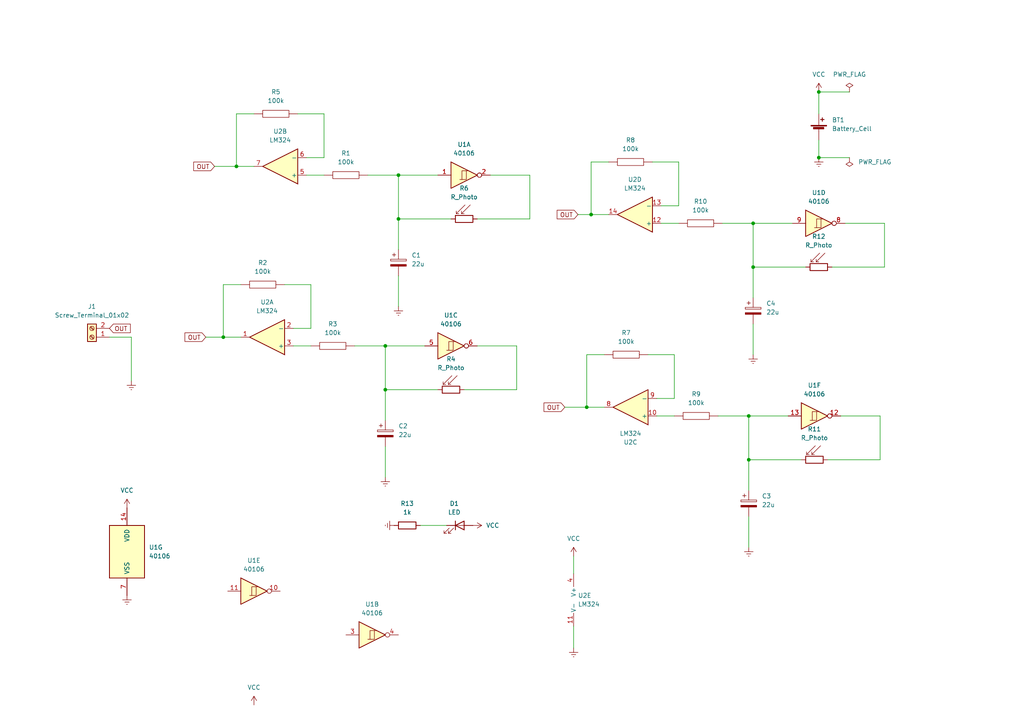
<source format=kicad_sch>
(kicad_sch (version 20211123) (generator eeschema)
  (paper "A4")
  (lib_symbols
    (symbol "4xxx:40106" (pin_names (offset 1.016))
      (property "Reference" "U" (at 0 1.27 0))
      (property "Value" "40106" (at 0 -1.27 0))
      (symbol "40106_1_0"
        (polyline (pts (xy -0.635 -1.27) (xy -0.635 1.27) (xy 0.635 1.27)))
        (polyline (pts (xy -3.81 3.81) (xy -3.81 -3.81) (xy 3.81 0) (xy -3.81 3.81)) (stroke (width 0.254)) (fill (type background)))
        (polyline (pts (xy -1.27 -1.27) (xy 0.635 -1.27) (xy 0.635 1.27) (xy 1.27 1.27)))
        (pin input line (at -7.62 0 0) (length 3.81) (name "~") (number "1"))
        (pin output inverted (at 7.62 0 180) (length 3.81) (name "~") (number "2"))
      )
      (symbol "40106_2_0"
        (polyline (pts (xy -0.635 -1.27) (xy -0.635 1.27) (xy 0.635 1.27)))
        (polyline (pts (xy -3.81 3.81) (xy -3.81 -3.81) (xy 3.81 0) (xy -3.81 3.81)) (stroke (width 0.254)) (fill (type background)))
        (polyline (pts (xy -1.27 -1.27) (xy 0.635 -1.27) (xy 0.635 1.27) (xy 1.27 1.27)))
        (pin input line (at -7.62 0 0) (length 3.81) (name "~") (number "3"))
        (pin output inverted (at 7.62 0 180) (length 3.81) (name "~") (number "4"))
      )
      (symbol "40106_3_0"
        (polyline (pts (xy -0.635 -1.27) (xy -0.635 1.27) (xy 0.635 1.27)))
        (polyline (pts (xy -3.81 3.81) (xy -3.81 -3.81) (xy 3.81 0) (xy -3.81 3.81)) (stroke (width 0.254)) (fill (type background)))
        (polyline (pts (xy -1.27 -1.27) (xy 0.635 -1.27) (xy 0.635 1.27) (xy 1.27 1.27)))
        (pin input line (at -7.62 0 0) (length 3.81) (name "~") (number "5"))
        (pin output inverted (at 7.62 0 180) (length 3.81) (name "~") (number "6"))
      )
      (symbol "40106_4_0"
        (polyline (pts (xy -0.635 -1.27) (xy -0.635 1.27) (xy 0.635 1.27)))
        (polyline (pts (xy -3.81 3.81) (xy -3.81 -3.81) (xy 3.81 0) (xy -3.81 3.81)) (stroke (width 0.254)) (fill (type background)))
        (polyline (pts (xy -1.27 -1.27) (xy 0.635 -1.27) (xy 0.635 1.27) (xy 1.27 1.27)))
        (pin output inverted (at 7.62 0 180) (length 3.81) (name "~") (number "8"))
        (pin input line (at -7.62 0 0) (length 3.81) (name "~") (number "9"))
      )
      (symbol "40106_5_0"
        (polyline (pts (xy -0.635 -1.27) (xy -0.635 1.27) (xy 0.635 1.27)))
        (polyline (pts (xy -3.81 3.81) (xy -3.81 -3.81) (xy 3.81 0) (xy -3.81 3.81)) (stroke (width 0.254)) (fill (type background)))
        (polyline (pts (xy -1.27 -1.27) (xy 0.635 -1.27) (xy 0.635 1.27) (xy 1.27 1.27)))
        (pin output inverted (at 7.62 0 180) (length 3.81) (name "~") (number "10"))
        (pin input line (at -7.62 0 0) (length 3.81) (name "~") (number "11"))
      )
      (symbol "40106_6_0"
        (polyline (pts (xy -0.635 -1.27) (xy -0.635 1.27) (xy 0.635 1.27)))
        (polyline (pts (xy -3.81 3.81) (xy -3.81 -3.81) (xy 3.81 0) (xy -3.81 3.81)) (stroke (width 0.254)) (fill (type background)))
        (polyline (pts (xy -1.27 -1.27) (xy 0.635 -1.27) (xy 0.635 1.27) (xy 1.27 1.27)))
        (pin output inverted (at 7.62 0 180) (length 3.81) (name "~") (number "12"))
        (pin input line (at -7.62 0 0) (length 3.81) (name "~") (number "13"))
      )
      (symbol "40106_7_0"
        (pin power_in line (at 0 12.7 270) (length 5.08) (name "VDD") (number "14"))
        (pin power_in line (at 0 -12.7 90) (length 5.08) (name "VSS") (number "7"))
      )
      (symbol "40106_7_1"
        (rectangle (start -5.08 7.62) (end 5.08 -7.62) (stroke (width 0.254)) (fill (type background)))
      )
    )
    (symbol "Amplifier_Operational:LM324" (pin_names (offset 0.127))
      (property "Reference" "U" (at 0 5.08 0))
      (property "Value" "LM324" (at 0 -5.08 0))
      (symbol "LM324_1_1"
        (polyline (pts (xy -5.08 5.08) (xy 5.08 0) (xy -5.08 -5.08) (xy -5.08 5.08)) (stroke (width 0.254)) (fill (type background)))
        (pin output line (at 7.62 0 180) (length 2.54) (name "~") (number "1"))
        (pin input line (at -7.62 -2.54 0) (length 2.54) (name "-") (number "2"))
        (pin input line (at -7.62 2.54 0) (length 2.54) (name "+") (number "3"))
      )
      (symbol "LM324_2_1"
        (polyline (pts (xy -5.08 5.08) (xy 5.08 0) (xy -5.08 -5.08) (xy -5.08 5.08)) (stroke (width 0.254)) (fill (type background)))
        (pin input line (at -7.62 2.54 0) (length 2.54) (name "+") (number "5"))
        (pin input line (at -7.62 -2.54 0) (length 2.54) (name "-") (number "6"))
        (pin output line (at 7.62 0 180) (length 2.54) (name "~") (number "7"))
      )
      (symbol "LM324_3_1"
        (polyline (pts (xy -5.08 5.08) (xy 5.08 0) (xy -5.08 -5.08) (xy -5.08 5.08)) (stroke (width 0.254)) (fill (type background)))
        (pin input line (at -7.62 2.54 0) (length 2.54) (name "+") (number "10"))
        (pin output line (at 7.62 0 180) (length 2.54) (name "~") (number "8"))
        (pin input line (at -7.62 -2.54 0) (length 2.54) (name "-") (number "9"))
      )
      (symbol "LM324_4_1"
        (polyline (pts (xy -5.08 5.08) (xy 5.08 0) (xy -5.08 -5.08) (xy -5.08 5.08)) (stroke (width 0.254)) (fill (type background)))
        (pin input line (at -7.62 2.54 0) (length 2.54) (name "+") (number "12"))
        (pin input line (at -7.62 -2.54 0) (length 2.54) (name "-") (number "13"))
        (pin output line (at 7.62 0 180) (length 2.54) (name "~") (number "14"))
      )
      (symbol "LM324_5_1"
        (pin power_in line (at -2.54 -7.62 90) (length 3.81) (name "V-") (number "11"))
        (pin power_in line (at -2.54 7.62 270) (length 3.81) (name "V+") (number "4"))
      )
    )
    (symbol "Connector:Screw_Terminal_01x02" (pin_names (offset 1.016) hide)
      (property "Reference" "J" (at 0 2.54 0))
      (property "Value" "Screw_Terminal_01x02" (at 0 -5.08 0))
      (symbol "Screw_Terminal_01x02_1_1"
        (rectangle (start -1.27 1.27) (end 1.27 -3.81) (stroke (width 0.254)) (fill (type background)))
        (circle (center 0 -2.54) (radius 0.635) (stroke (width 0.1524)))
        (polyline (pts (xy -0.5334 -2.2098) (xy 0.3302 -3.048)) (stroke (width 0.1524)))
        (polyline (pts (xy -0.5334 0.3302) (xy 0.3302 -0.508)) (stroke (width 0.1524)))
        (polyline (pts (xy -0.3556 -2.032) (xy 0.508 -2.8702)) (stroke (width 0.1524)))
        (polyline (pts (xy -0.3556 0.508) (xy 0.508 -0.3302)) (stroke (width 0.1524)))
        (circle (center 0 0) (radius 0.635) (stroke (width 0.1524)))
        (pin passive line (at -5.08 0 0) (length 3.81) (name "Pin_1") (number "1"))
        (pin passive line (at -5.08 -2.54 0) (length 3.81) (name "Pin_2") (number "2"))
      )
    )
    (symbol "Device:Battery_Cell" (pin_numbers hide) (pin_names (offset 0) hide)
      (property "Reference" "BT" (at 2.54 2.54 0))
      (property "Value" "Battery_Cell" (at 2.54 0 0))
      (symbol "Battery_Cell_0_1"
        (rectangle (start -2.286 1.778) (end 2.286 1.524) (fill (type outline)))
        (rectangle (start -1.5748 1.1938) (end 1.4732 0.6858) (fill (type outline)))
        (polyline (pts (xy 0 0.762) (xy 0 0)))
        (polyline (pts (xy 0 1.778) (xy 0 2.54)))
        (polyline (pts (xy 0.508 3.429) (xy 1.524 3.429)) (stroke (width 0.254)))
        (polyline (pts (xy 1.016 3.937) (xy 1.016 2.921)) (stroke (width 0.254)))
      )
      (symbol "Battery_Cell_1_1"
        (pin passive line (at 0 5.08 270) (length 2.54) (name "+") (number "1"))
        (pin passive line (at 0 -2.54 90) (length 2.54) (name "-") (number "2"))
      )
    )
    (symbol "Device:C_Polarized" (pin_numbers hide) (pin_names (offset 0.254))
      (property "Reference" "C" (at 0.635 2.54 0))
      (property "Value" "C_Polarized" (at 0.635 -2.54 0))
      (symbol "C_Polarized_0_1"
        (rectangle (start -2.286 0.508) (end 2.286 1.016))
        (polyline (pts (xy -1.778 2.286) (xy -0.762 2.286)))
        (polyline (pts (xy -1.27 2.794) (xy -1.27 1.778)))
        (rectangle (start 2.286 -0.508) (end -2.286 -1.016) (fill (type outline)))
      )
      (symbol "C_Polarized_1_1"
        (pin passive line (at 0 3.81 270) (length 2.794) (name "~") (number "1"))
        (pin passive line (at 0 -3.81 90) (length 2.794) (name "~") (number "2"))
      )
    )
    (symbol "Device:LED" (pin_numbers hide) (pin_names (offset 1.016) hide)
      (property "Reference" "D" (at 0 2.54 0))
      (property "Value" "LED" (at 0 -2.54 0))
      (symbol "LED_0_1"
        (polyline (pts (xy -1.27 -1.27) (xy -1.27 1.27)) (stroke (width 0.254)))
        (polyline (pts (xy -1.27 0) (xy 1.27 0)))
        (polyline (pts (xy 1.27 -1.27) (xy 1.27 1.27) (xy -1.27 0) (xy 1.27 -1.27)) (stroke (width 0.254)))
        (polyline (pts (xy -3.048 -0.762) (xy -4.572 -2.286) (xy -3.81 -2.286) (xy -4.572 -2.286) (xy -4.572 -1.524)))
        (polyline (pts (xy -1.778 -0.762) (xy -3.302 -2.286) (xy -2.54 -2.286) (xy -3.302 -2.286) (xy -3.302 -1.524)))
      )
      (symbol "LED_1_1"
        (pin passive line (at -3.81 0 0) (length 2.54) (name "K") (number "1"))
        (pin passive line (at 3.81 0 180) (length 2.54) (name "A") (number "2"))
      )
    )
    (symbol "Device:R" (pin_numbers hide) (pin_names (offset 0))
      (property "Reference" "R" (at 2.032 0 90))
      (property "Value" "R" (at 0 0 90))
      (symbol "R_0_1"
        (rectangle (start -1.016 -2.54) (end 1.016 2.54) (stroke (width 0.254)))
      )
      (symbol "R_1_1"
        (pin passive line (at 0 3.81 270) (length 1.27) (name "~") (number "1"))
        (pin passive line (at 0 -3.81 90) (length 1.27) (name "~") (number "2"))
      )
    )
    (symbol "Device:R_Photo" (pin_numbers hide) (pin_names (offset 0))
      (property "Reference" "R" (at 1.27 1.27 0))
      (property "Value" "R_Photo" (at 1.27 0 0))
      (symbol "R_Photo_0_1"
        (rectangle (start -1.016 2.54) (end 1.016 -2.54) (stroke (width 0.254)))
        (polyline (pts (xy -1.524 -2.286) (xy -4.064 0.254)))
        (polyline (pts (xy -1.524 -2.286) (xy -2.286 -2.286)))
        (polyline (pts (xy -1.524 -2.286) (xy -1.524 -1.524)))
        (polyline (pts (xy -1.524 -0.762) (xy -4.064 1.778)))
        (polyline (pts (xy -1.524 -0.762) (xy -2.286 -0.762)))
        (polyline (pts (xy -1.524 -0.762) (xy -1.524 0)))
      )
      (symbol "R_Photo_1_1"
        (pin passive line (at 0 3.81 270) (length 1.27) (name "~") (number "1"))
        (pin passive line (at 0 -3.81 90) (length 1.27) (name "~") (number "2"))
      )
    )
    (symbol "power:Earth" (power) (pin_names (offset 0))
      (symbol "Earth_0_1"
        (polyline (pts (xy -0.635 -1.905) (xy 0.635 -1.905)))
        (polyline (pts (xy -0.127 -2.54) (xy 0.127 -2.54)))
        (polyline (pts (xy 0 -1.27) (xy 0 0)))
        (polyline (pts (xy 1.27 -1.27) (xy -1.27 -1.27)))
      )
      (symbol "Earth_1_1"
        (pin power_in line (at 0 0 270) (length 0) hide (name "Earth") (number "1"))
      )
    )
    (symbol "power:PWR_FLAG" (power) (pin_numbers hide) (pin_names (offset 0) hide)
      (property "Value" "PWR_FLAG" (at 0 3.81 0))
      (symbol "PWR_FLAG_0_0"
        (pin power_out line (at 0 0 90) (length 0) (name "pwr") (number "1"))
      )
      (symbol "PWR_FLAG_0_1"
        (polyline (pts (xy 0 0) (xy 0 1.27) (xy -1.016 1.905) (xy 0 2.54) (xy 1.016 1.905) (xy 0 1.27)))
      )
    )
    (symbol "power:VCC" (power) (pin_names (offset 0))
      (property "Value" "VCC" (at 0 3.81 0))
      (symbol "VCC_0_1"
        (polyline (pts (xy -0.762 1.27) (xy 0 2.54)))
        (polyline (pts (xy 0 0) (xy 0 2.54)))
        (polyline (pts (xy 0 2.54) (xy 0.762 1.27)))
      )
      (symbol "VCC_1_1"
        (pin power_in line (at 0 0 90) (length 0) hide (name "VCC") (number "1"))
      )
    )
    (symbol "pspice:R" (pin_numbers hide) (pin_names (offset 0))
      (property "Reference" "R" (at 2.032 0 90))
      (property "Value" "R" (at 0 0 90))
      (symbol "R_0_1"
        (rectangle (start -1.016 3.81) (end 1.016 -3.81))
      )
      (symbol "R_1_1"
        (pin passive line (at 0 6.35 270) (length 2.54) (name "~") (number "1"))
        (pin passive line (at 0 -6.35 90) (length 2.54) (name "~") (number "2"))
      )
    )
  )
  (junction (at 237.49 26.67))
  (junction (at 217.17 133.35))
  (junction (at 218.44 77.47))
  (junction (at 64.77 97.79))
  (junction (at 111.76 100.33))
  (junction (at 115.57 63.5))
  (junction (at 171.45 62.23))
  (junction (at 68.58 48.26))
  (junction (at 237.49 45.72))
  (junction (at 217.17 120.65))
  (junction (at 170.18 118.11))
  (junction (at 111.76 113.03))
  (junction (at 218.44 64.77))
  (junction (at 115.57 50.8))
  (wire (pts (xy 68.58 33.02) (xy 73.66 33.02)))
  (wire (pts (xy 163.83 118.11) (xy 170.18 118.11)))
  (wire (pts (xy 64.77 97.79) (xy 64.77 82.55)))
  (wire (pts (xy 245.11 64.77) (xy 256.54 64.77)))
  (wire (pts (xy 176.53 62.23) (xy 171.45 62.23)))
  (wire (pts (xy 196.85 59.69) (xy 191.77 59.69)))
  (wire (pts (xy 237.49 26.67) (xy 237.49 33.02)))
  (wire (pts (xy 93.98 45.72) (xy 88.9 45.72)))
  (wire (pts (xy 218.44 77.47) (xy 218.44 86.36)))
  (wire (pts (xy 189.23 46.99) (xy 196.85 46.99)))
  (wire (pts (xy 93.98 33.02) (xy 93.98 45.72)))
  (wire (pts (xy 64.77 82.55) (xy 69.85 82.55)))
  (wire (pts (xy 90.17 95.25) (xy 85.09 95.25)))
  (wire (pts (xy 111.76 113.03) (xy 111.76 121.92)))
  (wire (pts (xy 195.58 102.87) (xy 195.58 115.57)))
  (wire (pts (xy 115.57 80.01) (xy 115.57 88.9)))
  (wire (pts (xy 187.96 102.87) (xy 195.58 102.87)))
  (wire (pts (xy 195.58 115.57) (xy 190.5 115.57)))
  (wire (pts (xy 256.54 64.77) (xy 256.54 77.47)))
  (wire (pts (xy 85.09 100.33) (xy 90.17 100.33)))
  (wire (pts (xy 111.76 129.54) (xy 111.76 138.43)))
  (wire (pts (xy 209.55 64.77) (xy 218.44 64.77)))
  (wire (pts (xy 217.17 149.86) (xy 217.17 158.75)))
  (wire (pts (xy 31.75 97.79) (xy 38.1 97.79)))
  (wire (pts (xy 255.27 120.65) (xy 255.27 133.35)))
  (wire (pts (xy 111.76 100.33) (xy 123.19 100.33)))
  (wire (pts (xy 217.17 133.35) (xy 217.17 142.24)))
  (wire (pts (xy 106.68 50.8) (xy 115.57 50.8)))
  (wire (pts (xy 166.37 161.29) (xy 166.37 166.37)))
  (wire (pts (xy 218.44 77.47) (xy 218.44 64.77)))
  (wire (pts (xy 82.55 82.55) (xy 90.17 82.55)))
  (wire (pts (xy 115.57 50.8) (xy 127 50.8)))
  (wire (pts (xy 134.62 113.03) (xy 149.86 113.03)))
  (wire (pts (xy 138.43 63.5) (xy 153.67 63.5)))
  (wire (pts (xy 166.37 181.61) (xy 166.37 187.96)))
  (wire (pts (xy 121.92 152.4) (xy 129.54 152.4)))
  (wire (pts (xy 86.36 33.02) (xy 93.98 33.02)))
  (wire (pts (xy 138.43 100.33) (xy 149.86 100.33)))
  (wire (pts (xy 237.49 45.72) (xy 246.38 45.72)))
  (wire (pts (xy 208.28 120.65) (xy 217.17 120.65)))
  (wire (pts (xy 191.77 64.77) (xy 196.85 64.77)))
  (wire (pts (xy 218.44 93.98) (xy 218.44 102.87)))
  (wire (pts (xy 237.49 40.64) (xy 237.49 45.72)))
  (wire (pts (xy 149.86 100.33) (xy 149.86 113.03)))
  (wire (pts (xy 170.18 102.87) (xy 175.26 102.87)))
  (wire (pts (xy 171.45 46.99) (xy 176.53 46.99)))
  (wire (pts (xy 175.26 118.11) (xy 170.18 118.11)))
  (wire (pts (xy 59.69 97.79) (xy 64.77 97.79)))
  (wire (pts (xy 115.57 63.5) (xy 130.81 63.5)))
  (wire (pts (xy 69.85 97.79) (xy 64.77 97.79)))
  (wire (pts (xy 153.67 50.8) (xy 153.67 63.5)))
  (wire (pts (xy 142.24 50.8) (xy 153.67 50.8)))
  (wire (pts (xy 115.57 63.5) (xy 115.57 72.39)))
  (wire (pts (xy 62.23 48.26) (xy 68.58 48.26)))
  (wire (pts (xy 73.66 48.26) (xy 68.58 48.26)))
  (wire (pts (xy 102.87 100.33) (xy 111.76 100.33)))
  (wire (pts (xy 90.17 82.55) (xy 90.17 95.25)))
  (wire (pts (xy 217.17 133.35) (xy 232.41 133.35)))
  (wire (pts (xy 111.76 113.03) (xy 127 113.03)))
  (wire (pts (xy 170.18 118.11) (xy 170.18 102.87)))
  (wire (pts (xy 196.85 46.99) (xy 196.85 59.69)))
  (wire (pts (xy 115.57 63.5) (xy 115.57 50.8)))
  (wire (pts (xy 190.5 120.65) (xy 195.58 120.65)))
  (wire (pts (xy 218.44 77.47) (xy 233.68 77.47)))
  (wire (pts (xy 217.17 133.35) (xy 217.17 120.65)))
  (wire (pts (xy 171.45 46.99) (xy 171.45 62.23)))
  (wire (pts (xy 241.3 77.47) (xy 256.54 77.47)))
  (wire (pts (xy 68.58 48.26) (xy 68.58 33.02)))
  (wire (pts (xy 237.49 26.67) (xy 246.38 26.67)))
  (wire (pts (xy 38.1 97.79) (xy 38.1 110.49)))
  (wire (pts (xy 167.64 62.23) (xy 171.45 62.23)))
  (wire (pts (xy 111.76 113.03) (xy 111.76 100.33)))
  (wire (pts (xy 240.03 133.35) (xy 255.27 133.35)))
  (wire (pts (xy 218.44 64.77) (xy 229.87 64.77)))
  (wire (pts (xy 88.9 50.8) (xy 93.98 50.8)))
  (wire (pts (xy 243.84 120.65) (xy 255.27 120.65)))
  (wire (pts (xy 217.17 120.65) (xy 228.6 120.65)))
  (global_label "OUT" (shape input) (at 163.83 118.11 180) (property "Riferimenti inter-foglio" "${INTERSHEET_REFS}" (effects hide)))
  (global_label "OUT" (shape input) (at 167.64 62.23 180) (property "Riferimenti inter-foglio" "${INTERSHEET_REFS}" (effects hide)))
  (global_label "OUT" (shape input) (at 31.75 95.25 0) (property "Riferimenti inter-foglio" "${INTERSHEET_REFS}" (effects hide)))
  (global_label "OUT" (shape input) (at 62.23 48.26 180) (property "Riferimenti inter-foglio" "${INTERSHEET_REFS}" (effects hide)))
  (global_label "OUT" (shape input) (at 59.69 97.79 180) (property "Riferimenti inter-foglio" "${INTERSHEET_REFS}" (effects hide)))
  (symbol (lib_id "power:Earth") (at 115.57 88.9 0) (unit 1)
    (property "Reference" "#PWR0107" (effects hide))
    (property "Value" "Earth" (effects hide))
  )
  (symbol (lib_id "Device:C_Polarized") (at 111.76 125.73 0) (unit 1)
    (property "Reference" "C2" (at 115.57 123.5709 0) (effects (justify left)))
    (property "Value" "22u" (at 115.57 126.1109 0) (effects (justify left)))
    (property "Footprint" "Capacitor_THT:CP_Radial_D5.0mm_P2.50mm" (effects hide))
  )
  (symbol (lib_id "power:VCC") (at 237.49 26.67 0) (unit 1)
    (property "Reference" "#PWR0104" (effects hide))
    (property "Value" "VCC" (at 237.49 21.59 0))
  )
  (symbol (lib_id "Device:Battery_Cell") (at 237.49 38.1 0) (unit 1)
    (property "Reference" "BT1" (at 241.3 34.7979 0) (effects (justify left)))
    (property "Value" "Battery_Cell" (at 241.3 37.3379 0) (effects (justify left)))
    (property "Footprint" "TerminalBlock:TerminalBlock_Altech_AK300-2_P5.00mm" (effects hide))
  )
  (symbol (lib_id "power:VCC") (at 137.16 152.4 270) (unit 1)
    (property "Reference" "#PWR0113" (effects hide))
    (property "Value" "VCC" (at 140.97 152.3999 90) (effects (justify left)))
  )
  (symbol (lib_id "power:Earth") (at 38.1 110.49 0) (unit 1)
    (property "Reference" "#PWR0115" (effects hide))
    (property "Value" "Earth" (effects hide))
  )
  (symbol (lib_id "4xxx:40106") (at 36.83 160.02 0) (unit 7)
    (property "Reference" "U1" (at 43.18 158.7499 0) (effects (justify left)))
    (property "Value" "40106" (at 43.18 161.2899 0) (effects (justify left)))
    (property "Footprint" "Package_DIP:DIP-14_W7.62mm_Socket" (effects hide))
    (property "Datasheet" "https://assets.nexperia.com/documents/data-sheet/HEF40106B.pdf" (effects hide))
  )
  (symbol (lib_id "power:VCC") (at 36.83 147.32 0) (unit 1)
    (property "Reference" "#PWR0111" (effects hide))
    (property "Value" "VCC" (at 36.83 142.24 0))
  )
  (symbol (lib_id "pspice:R") (at 100.33 50.8 90) (unit 1)
    (property "Reference" "R1" (at 100.33 44.45 90))
    (property "Value" "100k" (at 100.33 46.99 90))
    (property "Footprint" "Resistor_THT:R_Axial_DIN0309_L9.0mm_D3.2mm_P2.54mm_Vertical" (effects hide))
  )
  (symbol (lib_id "Device:R_Photo") (at 130.81 113.03 270) (unit 1)
    (property "Reference" "R4" (at 130.81 104.14 90))
    (property "Value" "R_Photo" (at 130.81 106.68 90))
    (property "Footprint" "Resistor_THT:R_Axial_DIN0204_L3.6mm_D1.6mm_P2.54mm_Vertical" (effects hide))
  )
  (symbol (lib_id "power:VCC") (at 73.66 204.47 0) (unit 1)
    (property "Reference" "#PWR0105" (effects hide))
    (property "Value" "VCC" (at 73.66 199.39 0))
  )
  (symbol (lib_id "power:Earth") (at 237.49 45.72 0) (unit 1)
    (property "Reference" "#PWR0103" (effects hide))
    (property "Value" "Earth" (effects hide))
  )
  (symbol (lib_id "4xxx:40106") (at 130.81 100.33 0) (unit 3)
    (property "Reference" "U1" (at 130.81 91.44 0))
    (property "Value" "40106" (at 130.81 93.98 0))
    (property "Footprint" "Package_DIP:DIP-14_W7.62mm_Socket" (effects hide))
    (property "Datasheet" "https://assets.nexperia.com/documents/data-sheet/HEF40106B.pdf" (effects hide))
  )
  (symbol (lib_id "4xxx:40106") (at 134.62 50.8 0) (unit 1)
    (property "Reference" "U1" (at 134.62 41.91 0))
    (property "Value" "40106" (at 134.62 44.45 0))
    (property "Footprint" "Package_DIP:DIP-14_W7.62mm_Socket" (effects hide))
    (property "Datasheet" "https://assets.nexperia.com/documents/data-sheet/HEF40106B.pdf" (effects hide))
  )
  (symbol (lib_id "pspice:R") (at 76.2 82.55 90) (unit 1)
    (property "Reference" "R2" (at 76.2 76.2 90))
    (property "Value" "100k" (at 76.2 78.74 90))
    (property "Footprint" "Resistor_THT:R_Axial_DIN0309_L9.0mm_D3.2mm_P2.54mm_Vertical" (effects hide))
  )
  (symbol (lib_id "Device:C_Polarized") (at 218.44 90.17 0) (unit 1)
    (property "Reference" "C4" (at 222.25 88.0109 0) (effects (justify left)))
    (property "Value" "22u" (at 222.25 90.5509 0) (effects (justify left)))
    (property "Footprint" "Capacitor_THT:CP_Radial_D5.0mm_P2.50mm" (effects hide))
  )
  (symbol (lib_id "Connector:Screw_Terminal_01x02") (at 26.67 97.79 180) (unit 1)
    (property "Reference" "J1" (at 26.67 88.9 0))
    (property "Value" "Screw_Terminal_01x02" (at 26.67 91.44 0))
    (property "Footprint" "TerminalBlock:TerminalBlock_Altech_AK300-2_P5.00mm" (effects hide))
  )
  (symbol (lib_id "4xxx:40106") (at 107.95 184.15 0) (unit 2)
    (property "Reference" "U1" (at 107.95 175.26 0))
    (property "Value" "40106" (at 107.95 177.8 0))
    (property "Footprint" "Package_DIP:DIP-14_W7.62mm_Socket" (effects hide))
    (property "Datasheet" "https://assets.nexperia.com/documents/data-sheet/HEF40106B.pdf" (effects hide))
  )
  (symbol (lib_id "Amplifier_Operational:LM324") (at 182.88 118.11 180) (unit 3)
    (property "Reference" "U2" (at 182.88 128.27 0))
    (property "Value" "LM324" (at 182.88 125.73 0))
    (property "Footprint" "Package_DIP:DIP-14_W7.62mm_Socket" (effects hide))
    (property "Datasheet" "http://www.ti.com/lit/ds/symlink/lm2902-n.pdf" (effects hide))
  )
  (symbol (lib_id "pspice:R") (at 96.52 100.33 90) (unit 1)
    (property "Reference" "R3" (at 96.52 93.98 90))
    (property "Value" "100k" (at 96.52 96.52 90))
    (property "Footprint" "Resistor_THT:R_Axial_DIN0309_L9.0mm_D3.2mm_P2.54mm_Vertical" (effects hide))
  )
  (symbol (lib_id "Amplifier_Operational:LM324") (at 168.91 173.99 0) (unit 5)
    (property "Reference" "U2" (at 167.64 172.7199 0) (effects (justify left)))
    (property "Value" "LM324" (at 167.64 175.2599 0) (effects (justify left)))
    (property "Footprint" "Package_DIP:DIP-14_W7.62mm_Socket" (effects hide))
    (property "Datasheet" "http://www.ti.com/lit/ds/symlink/lm2902-n.pdf" (effects hide))
  )
  (symbol (lib_id "4xxx:40106") (at 237.49 64.77 0) (unit 4)
    (property "Reference" "U1" (at 237.49 55.88 0))
    (property "Value" "40106" (at 237.49 58.42 0))
    (property "Footprint" "Package_DIP:DIP-14_W7.62mm_Socket" (effects hide))
    (property "Datasheet" "https://assets.nexperia.com/documents/data-sheet/HEF40106B.pdf" (effects hide))
  )
  (symbol (lib_id "Device:R_Photo") (at 237.49 77.47 270) (unit 1)
    (property "Reference" "R12" (at 237.49 68.58 90))
    (property "Value" "R_Photo" (at 237.49 71.12 90))
    (property "Footprint" "Resistor_THT:R_Axial_DIN0204_L3.6mm_D1.6mm_P2.54mm_Vertical" (effects hide))
  )
  (symbol (lib_id "Amplifier_Operational:LM324") (at 184.15 62.23 180) (unit 4)
    (property "Reference" "U2" (at 184.15 52.07 0))
    (property "Value" "LM324" (at 184.15 54.61 0))
    (property "Footprint" "Package_DIP:DIP-14_W7.62mm_Socket" (effects hide))
    (property "Datasheet" "http://www.ti.com/lit/ds/symlink/lm2902-n.pdf" (effects hide))
  )
  (symbol (lib_id "power:Earth") (at 166.37 187.96 0) (unit 1)
    (property "Reference" "#PWR0102" (effects hide))
    (property "Value" "Earth" (effects hide))
  )
  (symbol (lib_id "Amplifier_Operational:LM324") (at 77.47 97.79 180) (unit 1)
    (property "Reference" "U2" (at 77.47 87.63 0))
    (property "Value" "LM324" (at 77.47 90.17 0))
    (property "Footprint" "Package_DIP:DIP-14_W7.62mm_Socket" (effects hide))
    (property "Datasheet" "http://www.ti.com/lit/ds/symlink/lm2902-n.pdf" (effects hide))
  )
  (symbol (lib_id "Amplifier_Operational:LM324") (at 81.28 48.26 180) (unit 2)
    (property "Reference" "U2" (at 81.28 38.1 0))
    (property "Value" "LM324" (at 81.28 40.64 0))
    (property "Footprint" "Package_DIP:DIP-14_W7.62mm_Socket" (effects hide))
    (property "Datasheet" "http://www.ti.com/lit/ds/symlink/lm2902-n.pdf" (effects hide))
  )
  (symbol (lib_id "power:Earth") (at 111.76 138.43 0) (unit 1)
    (property "Reference" "#PWR0108" (effects hide))
    (property "Value" "Earth" (effects hide))
  )
  (symbol (lib_id "4xxx:40106") (at 236.22 120.65 0) (unit 6)
    (property "Reference" "U1" (at 236.22 111.76 0))
    (property "Value" "40106" (at 236.22 114.3 0))
    (property "Footprint" "Package_DIP:DIP-14_W7.62mm_Socket" (effects hide))
    (property "Datasheet" "https://assets.nexperia.com/documents/data-sheet/HEF40106B.pdf" (effects hide))
  )
  (symbol (lib_id "power:Earth") (at 114.3 152.4 270) (unit 1)
    (property "Reference" "#PWR0114" (effects hide))
    (property "Value" "Earth" (effects hide))
  )
  (symbol (lib_id "power:Earth") (at 217.17 158.75 0) (unit 1)
    (property "Reference" "#PWR0109" (effects hide))
    (property "Value" "Earth" (effects hide))
  )
  (symbol (lib_id "pspice:R") (at 80.01 33.02 90) (unit 1)
    (property "Reference" "R5" (at 80.01 26.67 90))
    (property "Value" "100k" (at 80.01 29.21 90))
    (property "Footprint" "Resistor_THT:R_Axial_DIN0309_L9.0mm_D3.2mm_P2.54mm_Vertical" (effects hide))
  )
  (symbol (lib_id "power:VCC") (at 166.37 161.29 0) (unit 1)
    (property "Reference" "#PWR0101" (effects hide))
    (property "Value" "VCC" (at 166.37 156.21 0))
  )
  (symbol (lib_id "power:PWR_FLAG") (at 246.38 45.72 180) (unit 1)
    (property "Reference" "#FLG0102" (effects hide))
    (property "Value" "PWR_FLAG" (at 248.92 46.9899 0) (effects (justify right)))
  )
  (symbol (lib_id "4xxx:40106") (at 73.66 171.45 0) (unit 5)
    (property "Reference" "U1" (at 73.66 162.56 0))
    (property "Value" "40106" (at 73.66 165.1 0))
    (property "Footprint" "Package_DIP:DIP-14_W7.62mm_Socket" (effects hide))
    (property "Datasheet" "https://assets.nexperia.com/documents/data-sheet/HEF40106B.pdf" (effects hide))
  )
  (symbol (lib_id "Device:R") (at 118.11 152.4 90) (unit 1)
    (property "Reference" "R13" (at 118.11 146.05 90))
    (property "Value" "1k" (at 118.11 148.59 90))
    (property "Footprint" "Resistor_THT:R_Axial_DIN0309_L9.0mm_D3.2mm_P2.54mm_Vertical" (effects hide))
  )
  (symbol (lib_id "pspice:R") (at 203.2 64.77 90) (unit 1)
    (property "Reference" "R10" (at 203.2 58.42 90))
    (property "Value" "100k" (at 203.2 60.96 90))
    (property "Footprint" "Resistor_THT:R_Axial_DIN0309_L9.0mm_D3.2mm_P2.54mm_Vertical" (effects hide))
  )
  (symbol (lib_id "Device:R_Photo") (at 134.62 63.5 270) (unit 1)
    (property "Reference" "R6" (at 134.62 54.61 90))
    (property "Value" "R_Photo" (at 134.62 57.15 90))
    (property "Footprint" "Resistor_THT:R_Axial_DIN0204_L3.6mm_D1.6mm_P2.54mm_Vertical" (effects hide))
  )
  (symbol (lib_id "pspice:R") (at 201.93 120.65 90) (unit 1)
    (property "Reference" "R9" (at 201.93 114.3 90))
    (property "Value" "100k" (at 201.93 116.84 90))
    (property "Footprint" "Resistor_THT:R_Axial_DIN0309_L9.0mm_D3.2mm_P2.54mm_Vertical" (effects hide))
  )
  (symbol (lib_id "pspice:R") (at 182.88 46.99 90) (unit 1)
    (property "Reference" "R8" (at 182.88 40.64 90))
    (property "Value" "100k" (at 182.88 43.18 90))
    (property "Footprint" "Resistor_THT:R_Axial_DIN0309_L9.0mm_D3.2mm_P2.54mm_Vertical" (effects hide))
  )
  (symbol (lib_id "Device:C_Polarized") (at 217.17 146.05 0) (unit 1)
    (property "Reference" "C3" (at 220.98 143.8909 0) (effects (justify left)))
    (property "Value" "22u" (at 220.98 146.4309 0) (effects (justify left)))
    (property "Footprint" "Capacitor_THT:CP_Radial_D5.0mm_P2.50mm" (effects hide))
  )
  (symbol (lib_id "Device:LED") (at 133.35 152.4 0) (unit 1)
    (property "Reference" "D1" (at 131.7625 146.05 0))
    (property "Value" "LED" (at 131.7625 148.59 0))
    (property "Footprint" "LED_THT:LED_D5.0mm_Clear" (effects hide))
  )
  (symbol (lib_id "power:Earth") (at 218.44 102.87 0) (unit 1)
    (property "Reference" "#PWR0110" (effects hide))
    (property "Value" "Earth" (effects hide))
  )
  (symbol (lib_id "Device:R_Photo") (at 236.22 133.35 270) (unit 1)
    (property "Reference" "R11" (at 236.22 124.46 90))
    (property "Value" "R_Photo" (at 236.22 127 90))
    (property "Footprint" "Resistor_THT:R_Axial_DIN0204_L3.6mm_D1.6mm_P2.54mm_Vertical" (effects hide))
  )
  (symbol (lib_id "pspice:R") (at 181.61 102.87 90) (unit 1)
    (property "Reference" "R7" (at 181.61 96.52 90))
    (property "Value" "100k" (at 181.61 99.06 90))
    (property "Footprint" "Resistor_THT:R_Axial_DIN0309_L9.0mm_D3.2mm_P2.54mm_Vertical" (effects hide))
  )
  (symbol (lib_id "Device:C_Polarized") (at 115.57 76.2 0) (unit 1)
    (property "Reference" "C1" (at 119.38 74.0409 0) (effects (justify left)))
    (property "Value" "22u" (at 119.38 76.5809 0) (effects (justify left)))
    (property "Footprint" "Capacitor_THT:CP_Radial_D5.0mm_P2.50mm" (effects hide))
  )
  (symbol (lib_id "power:PWR_FLAG") (at 246.38 26.67 0) (unit 1)
    (property "Reference" "#FLG0101" (effects hide))
    (property "Value" "PWR_FLAG" (at 246.38 21.59 0))
  )
  (symbol (lib_id "power:Earth") (at 36.83 172.72 0) (unit 1)
    (property "Reference" "#PWR0112" (effects hide))
    (property "Value" "Earth" (effects hide))
  )
  (symbol (lib_id "power:Earth") (at 73.66 229.87 0) (unit 1)
    (property "Reference" "#PWR0106" (effects hide))
    (property "Value" "Earth" (effects hide))
  )
)
</source>
